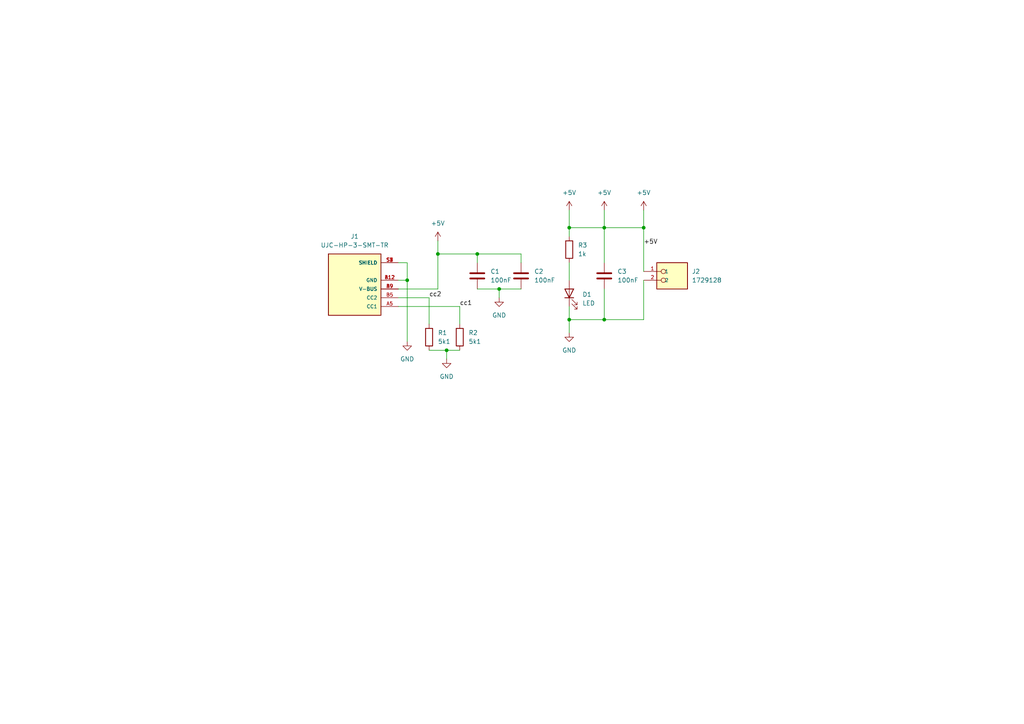
<source format=kicad_sch>
(kicad_sch (version 20250114) (generator "eeschema") (generator_version "9.0")
  (paper "A4")
  (lib_symbols
    (symbol "2pin_screw_terminal:1729128" (pin_names (offset 1.016))
      (property "Reference" "J" (at -2.54 3.302 0))
      (property "Value" "1729128" (at -2.54 -7.62 0))
      (symbol "1729128_0_0"
        (rectangle (start -3.81 -5.08) (end 5.08 2.54) (stroke (width 0.254)) (fill (type background)))
        (circle (center -1.905 0) (radius 0.635) (stroke (width 0.1524)))
        (circle (center -1.905 -2.54) (radius 0.635) (stroke (width 0.1524)))
        (pin passive line (at -7.62 0 0) (length 5.08) (name "1") (number "1"))
        (pin passive line (at -7.62 -2.54 0) (length 5.08) (name "2") (number "2"))
      )
    )
    (symbol "Device:C" (pin_numbers (hide yes)) (pin_names (offset 0.254))
      (property "Reference" "C" (at 0.635 2.54 0))
      (property "Value" "C" (at 0.635 -2.54 0))
      (symbol "C_0_1"
        (polyline (pts (xy -2.032 0.762) (xy 2.032 0.762)) (stroke (width 0.508)))
        (polyline (pts (xy -2.032 -0.762) (xy 2.032 -0.762)) (stroke (width 0.508)))
      )
      (symbol "C_1_1"
        (pin passive line (at 0 3.81 270) (length 2.794) (name "~") (number "1"))
        (pin passive line (at 0 -3.81 90) (length 2.794) (name "~") (number "2"))
      )
    )
    (symbol "Device:LED" (pin_numbers (hide yes)) (pin_names (offset 1.016) (hide yes))
      (property "Reference" "D" (at 0 2.54 0))
      (property "Value" "LED" (at 0 -2.54 0))
      (symbol "LED_0_1"
        (polyline (pts (xy -3.048 -0.762) (xy -4.572 -2.286) (xy -3.81 -2.286) (xy -4.572 -2.286) (xy -4.572 -1.524)))
        (polyline (pts (xy -1.778 -0.762) (xy -3.302 -2.286) (xy -2.54 -2.286) (xy -3.302 -2.286) (xy -3.302 -1.524)))
        (polyline (pts (xy -1.27 0) (xy 1.27 0)))
        (polyline (pts (xy -1.27 -1.27) (xy -1.27 1.27)) (stroke (width 0.254)))
        (polyline (pts (xy 1.27 -1.27) (xy 1.27 1.27) (xy -1.27 0) (xy 1.27 -1.27)) (stroke (width 0.254)))
      )
      (symbol "LED_1_1"
        (pin passive line (at -3.81 0 0) (length 2.54) (name "K") (number "1"))
        (pin passive line (at 3.81 0 180) (length 2.54) (name "A") (number "2"))
      )
    )
    (symbol "Device:R" (pin_numbers (hide yes)) (pin_names (offset 0))
      (property "Reference" "R" (at 2.032 0 90))
      (property "Value" "R" (at 0 0 90))
      (symbol "R_0_1"
        (rectangle (start -1.016 -2.54) (end 1.016 2.54) (stroke (width 0.254)))
      )
      (symbol "R_1_1"
        (pin passive line (at 0 3.81 270) (length 1.27) (name "~") (number "1"))
        (pin passive line (at 0 -3.81 90) (length 1.27) (name "~") (number "2"))
      )
    )
    (symbol "power:+5V" (power) (pin_numbers (hide yes)) (pin_names (offset 0) (hide yes))
      (property "Value" "+5V" (at 0 3.556 0))
      (symbol "+5V_0_1"
        (polyline (pts (xy -0.762 1.27) (xy 0 2.54)))
        (polyline (pts (xy 0 2.54) (xy 0.762 1.27)))
        (polyline (pts (xy 0 0) (xy 0 2.54)))
      )
      (symbol "+5V_1_1"
        (pin power_in line (at 0 0 90) (length 0) (name "~") (number "1"))
      )
    )
    (symbol "power:GND" (power) (pin_numbers (hide yes)) (pin_names (offset 0) (hide yes))
      (property "Value" "GND" (at 0 -3.81 0))
      (symbol "GND_0_1"
        (polyline (pts (xy 0 0) (xy 0 -1.27) (xy 1.27 -1.27) (xy 0 -2.54) (xy -1.27 -1.27) (xy 0 -1.27)))
      )
      (symbol "GND_1_1"
        (pin power_in line (at 0 0 270) (length 0) (name "~") (number "1"))
      )
    )
    (symbol "usb_c_6pin:UJC-HP-3-SMT-TR" (pin_names (offset 1.016))
      (property "Reference" "J" (at -7.62 8.89 0))
      (property "Value" "UJC-HP-3-SMT-TR" (at -7.62 -11.43 0))
      (symbol "UJC-HP-3-SMT-TR_0_0"
        (rectangle (start -7.62 -10.16) (end 7.62 7.62) (stroke (width 0.254)) (fill (type background)))
        (pin bidirectional line (at -12.7 5.08 0) (length 5.08) (name "CC1") (number "A5"))
        (pin bidirectional line (at -12.7 2.54 0) (length 5.08) (name "CC2") (number "B5"))
        (pin power_in line (at -12.7 0 0) (length 5.08) (name "V-BUS") (number "A9"))
        (pin power_in line (at -12.7 0 0) (length 5.08) (name "V-BUS") (number "B9"))
        (pin power_in line (at -12.7 -2.54 0) (length 5.08) (name "GND") (number "A12"))
        (pin power_in line (at -12.7 -2.54 0) (length 5.08) (name "GND") (number "B12"))
        (pin passive line (at -12.7 -7.62 0) (length 5.08) (name "SHIELD") (number "S1"))
        (pin passive line (at -12.7 -7.62 0) (length 5.08) (name "SHIELD") (number "S2"))
        (pin passive line (at -12.7 -7.62 0) (length 5.08) (name "SHIELD") (number "S3"))
        (pin passive line (at -12.7 -7.62 0) (length 5.08) (name "SHIELD") (number "S4"))
      )
    )
  )
  (junction (at 165.1 66.04))
  (junction (at 138.43 73.66))
  (junction (at 118.11 81.28))
  (junction (at 127 73.66))
  (junction (at 165.1 92.71))
  (junction (at 186.69 66.04))
  (junction (at 144.78 83.82))
  (junction (at 175.26 92.71))
  (junction (at 129.54 101.6))
  (junction (at 175.26 66.04))
  (wire (pts (xy 138.43 83.82) (xy 144.78 83.82)))
  (wire (pts (xy 129.54 101.6) (xy 129.54 104.14)))
  (wire (pts (xy 151.13 73.66) (xy 138.43 73.66)))
  (wire (pts (xy 175.26 60.96) (xy 175.26 66.04)))
  (wire (pts (xy 151.13 76.2) (xy 151.13 73.66)))
  (wire (pts (xy 165.1 66.04) (xy 175.26 66.04)))
  (wire (pts (xy 115.57 76.2) (xy 118.11 76.2)))
  (wire (pts (xy 144.78 83.82) (xy 151.13 83.82)))
  (wire (pts (xy 115.57 83.82) (xy 127 83.82)))
  (wire (pts (xy 165.1 76.2) (xy 165.1 81.28)))
  (wire (pts (xy 186.69 92.71) (xy 175.26 92.71)))
  (wire (pts (xy 115.57 88.9) (xy 133.35 88.9)))
  (wire (pts (xy 175.26 83.82) (xy 175.26 92.71)))
  (wire (pts (xy 118.11 76.2) (xy 118.11 81.28)))
  (wire (pts (xy 115.57 81.28) (xy 118.11 81.28)))
  (wire (pts (xy 165.1 60.96) (xy 165.1 66.04)))
  (wire (pts (xy 127 83.82) (xy 127 73.66)))
  (wire (pts (xy 138.43 73.66) (xy 127 73.66)))
  (wire (pts (xy 186.69 78.74) (xy 186.69 66.04)))
  (wire (pts (xy 127 73.66) (xy 127 69.85)))
  (wire (pts (xy 138.43 76.2) (xy 138.43 73.66)))
  (wire (pts (xy 118.11 81.28) (xy 118.11 99.06)))
  (wire (pts (xy 144.78 83.82) (xy 144.78 86.36)))
  (wire (pts (xy 175.26 92.71) (xy 165.1 92.71)))
  (wire (pts (xy 129.54 101.6) (xy 133.35 101.6)))
  (wire (pts (xy 124.46 101.6) (xy 129.54 101.6)))
  (wire (pts (xy 175.26 66.04) (xy 175.26 76.2)))
  (wire (pts (xy 165.1 92.71) (xy 165.1 96.52)))
  (wire (pts (xy 165.1 66.04) (xy 165.1 68.58)))
  (wire (pts (xy 124.46 86.36) (xy 124.46 93.98)))
  (wire (pts (xy 175.26 66.04) (xy 186.69 66.04)))
  (wire (pts (xy 115.57 86.36) (xy 124.46 86.36)))
  (wire (pts (xy 186.69 81.28) (xy 186.69 92.71)))
  (wire (pts (xy 165.1 88.9) (xy 165.1 92.71)))
  (wire (pts (xy 186.69 60.96) (xy 186.69 66.04)))
  (wire (pts (xy 133.35 88.9) (xy 133.35 93.98)))
  (label "cc1" (at 133.35 88.9 0))
  (label "+5V" (at 186.69 71.12 0))
  (label "cc2" (at 124.46 86.36 0))
  (symbol (lib_id "Device:C") (at 138.43 80.01 0) (unit 1)
    (property "Reference" "C1" (at 142.24 78.7399 0) (effects (justify left)))
    (property "Value" "100nF" (at 142.24 81.2799 0) (effects (justify left)))
    (property "Footprint" "Capacitor_SMD:C_0603_1608Metric" (effects (hide yes)))
    (property "Description" "Unpolarized capacitor" (effects (hide yes)))
  )
  (symbol (lib_id "power:+5V") (at 127 69.85 0) (unit 1)
    (property "Reference" "#PWR01" (effects (hide yes)))
    (property "Value" "+5V" (at 127 64.77 0))
    (property "Description" "Power symbol creates a global label with name \"+5V\"" (effects (hide yes)))
  )
  (symbol (lib_id "power:+5V") (at 186.69 60.96 0) (unit 1)
    (property "Reference" "#PWR08" (effects (hide yes)))
    (property "Value" "+5V" (at 186.69 55.88 0))
    (property "Description" "Power symbol creates a global label with name \"+5V\"" (effects (hide yes)))
  )
  (symbol (lib_id "2pin_screw_terminal:1729128") (at 194.31 78.74 0) (unit 1)
    (property "Reference" "J2" (at 200.66 78.7399 0) (effects (justify left)))
    (property "Value" "1729128" (at 200.66 81.2799 0) (effects (justify left)))
    (property "Footprint" "2pin_screw_terminal:PHOENIX_1729128" (effects (hide yes)))
    (property "MF" "Phoenix Contact" (effects (hide yes)))
    (property "MAXIMUM_PACKAGE_HEIGHT" "10.15mm" (effects (hide yes)))
    (property "Package" "None" (effects (hide yes)))
    (property "Price" "None" (effects (hide yes)))
    (property "Check_prices" "https://www.snapeda.com/parts/1729128/Phoenix+Contact/view-part/?ref=eda" (effects (hide yes)))
    (property "STANDARD" "Manufacturer Recommendations" (effects (hide yes)))
    (property "PARTREV" "28.07.2023" (effects (hide yes)))
    (property "SnapEDA_Link" "https://www.snapeda.com/parts/1729128/Phoenix+Contact/view-part/?ref=snap" (effects (hide yes)))
    (property "MP" "1729128" (effects (hide yes)))
    (property "Description_1" "PCB Terminal Screw 5.08mm 16AWG 400V 13.5A 2 Position COMBICON MKDSN Series | Phoenix Contact 1729128" (effects (hide yes)))
    (property "Availability" "In Stock" (effects (hide yes)))
    (property "MANUFACTURER" "Phoenix Contact" (effects (hide yes)))
  )
  (symbol (lib_id "Device:R") (at 133.35 97.79 0) (unit 1)
    (property "Reference" "R2" (at 135.89 96.5199 0) (effects (justify left)))
    (property "Value" "5k1" (at 135.89 99.0599 0) (effects (justify left)))
    (property "Footprint" "Resistor_SMD:R_0805_2012Metric" (effects (hide yes)))
    (property "Description" "Resistor" (effects (hide yes)))
  )
  (symbol (lib_id "power:+5V") (at 175.26 60.96 0) (unit 1)
    (property "Reference" "#PWR05" (effects (hide yes)))
    (property "Value" "+5V" (at 175.26 55.88 0))
    (property "Description" "Power symbol creates a global label with name \"+5V\"" (effects (hide yes)))
  )
  (symbol (lib_id "Device:C") (at 175.26 80.01 0) (unit 1)
    (property "Reference" "C3" (at 179.07 78.7399 0) (effects (justify left)))
    (property "Value" "100nF" (at 179.07 81.2799 0) (effects (justify left)))
    (property "Footprint" "Capacitor_SMD:C_0603_1608Metric" (effects (hide yes)))
    (property "Description" "Unpolarized capacitor" (effects (hide yes)))
  )
  (symbol (lib_id "Device:LED") (at 165.1 85.09 90) (unit 1)
    (property "Reference" "D1" (at 168.91 85.4074 90) (effects (justify right)))
    (property "Value" "LED" (at 168.91 87.9474 90) (effects (justify right)))
    (property "Footprint" "LED_SMD:LED_1206_3216Metric" (effects (hide yes)))
    (property "Description" "Light emitting diode" (effects (hide yes)))
  )
  (symbol (lib_id "usb_c_6pin:UJC-HP-3-SMT-TR") (at 102.87 83.82 180) (unit 1)
    (property "Reference" "J1" (at 102.87 68.58 0))
    (property "Value" "UJC-HP-3-SMT-TR" (at 102.87 71.12 0))
    (property "Footprint" "6pin_usb:CUI_UJC-HP-3-SMT-TR" (effects (hide yes)))
    (property "MF" "Same Sky" (effects (hide yes)))
    (property "MAXIMUM_PACKAGE_HEIGHT" "3.16mm" (effects (hide yes)))
    (property "Package" "Package" (effects (hide yes)))
    (property "Price" "None" (effects (hide yes)))
    (property "Check_prices" "https://www.snapeda.com/parts/UJC-HP-3-SMT-TR/Same+Sky/view-part/?ref=eda" (effects (hide yes)))
    (property "STANDARD" "Manufacturer recommendations" (effects (hide yes)))
    (property "PARTREV" "04/30/2020" (effects (hide yes)))
    (property "SnapEDA_Link" "https://www.snapeda.com/parts/UJC-HP-3-SMT-TR/Same+Sky/view-part/?ref=snap" (effects (hide yes)))
    (property "MP" "UJC-HP-3-SMT-TR" (effects (hide yes)))
    (property "Description_1" "Type C, 20 Vdc, 3 A, Right Angle, Surface Mount, Black Insulator, Power-Only USB Receptacle" (effects (hide yes)))
    (property "Availability" "In Stock" (effects (hide yes)))
    (property "MANUFACTURER" "CUI Devices" (effects (hide yes)))
  )
  (symbol (lib_id "Device:R") (at 165.1 72.39 0) (unit 1)
    (property "Reference" "R3" (at 167.64 71.1199 0) (effects (justify left)))
    (property "Value" "1k" (at 167.64 73.6599 0) (effects (justify left)))
    (property "Footprint" "Resistor_SMD:R_0805_2012Metric" (effects (hide yes)))
    (property "Description" "Resistor" (effects (hide yes)))
  )
  (symbol (lib_id "Device:R") (at 124.46 97.79 0) (unit 1)
    (property "Reference" "R1" (at 127 96.5199 0) (effects (justify left)))
    (property "Value" "5k1" (at 127 99.0599 0) (effects (justify left)))
    (property "Footprint" "Resistor_SMD:R_0805_2012Metric" (effects (hide yes)))
    (property "Description" "Resistor" (effects (hide yes)))
  )
  (symbol (lib_id "power:+5V") (at 165.1 60.96 0) (unit 1)
    (property "Reference" "#PWR07" (effects (hide yes)))
    (property "Value" "+5V" (at 165.1 55.88 0))
    (property "Description" "Power symbol creates a global label with name \"+5V\"" (effects (hide yes)))
  )
  (symbol (lib_id "power:GND") (at 129.54 104.14 0) (unit 1)
    (property "Reference" "#PWR04" (effects (hide yes)))
    (property "Value" "GND" (at 129.54 109.22 0))
    (property "Description" "Power symbol creates a global label with name \"GND\" , ground" (effects (hide yes)))
  )
  (symbol (lib_id "power:GND") (at 118.11 99.06 0) (unit 1)
    (property "Reference" "#PWR02" (effects (hide yes)))
    (property "Value" "GND" (at 118.11 104.14 0))
    (property "Description" "Power symbol creates a global label with name \"GND\" , ground" (effects (hide yes)))
  )
  (symbol (lib_id "Device:C") (at 151.13 80.01 0) (unit 1)
    (property "Reference" "C2" (at 154.94 78.7399 0) (effects (justify left)))
    (property "Value" "100nF" (at 154.94 81.2799 0) (effects (justify left)))
    (property "Footprint" "Capacitor_SMD:C_0603_1608Metric" (effects (hide yes)))
    (property "Description" "Unpolarized capacitor" (effects (hide yes)))
  )
  (symbol (lib_id "power:GND") (at 165.1 96.52 0) (unit 1)
    (property "Reference" "#PWR06" (effects (hide yes)))
    (property "Value" "GND" (at 165.1 101.6 0))
    (property "Description" "Power symbol creates a global label with name \"GND\" , ground" (effects (hide yes)))
  )
  (symbol (lib_id "power:GND") (at 144.78 86.36 0) (unit 1)
    (property "Reference" "#PWR03" (effects (hide yes)))
    (property "Value" "GND" (at 144.78 91.44 0))
    (property "Description" "Power symbol creates a global label with name \"GND\" , ground" (effects (hide yes)))
  )
)
</source>
